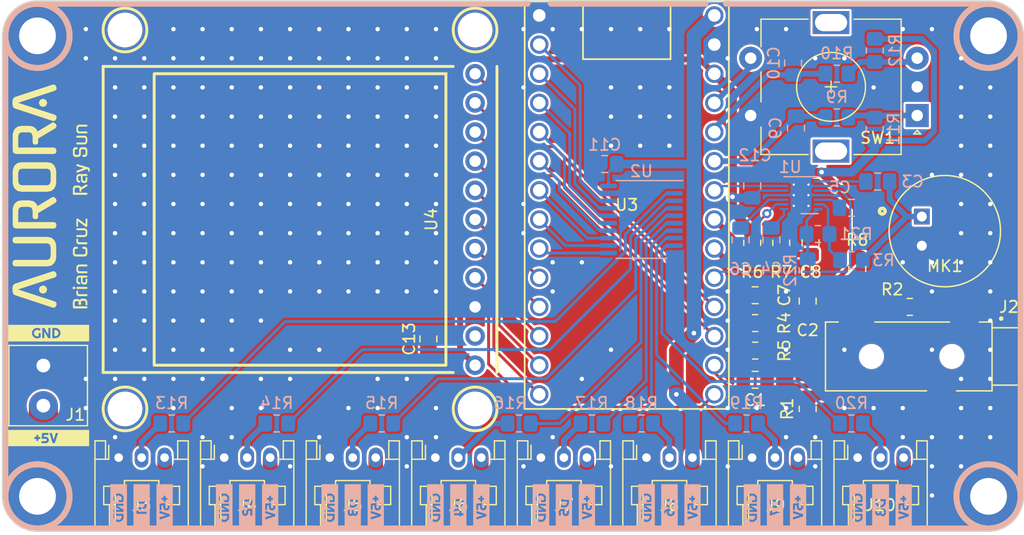
<source format=kicad_pcb>
(kicad_pcb (version 20211014) (generator pcbnew)
  (layers (0 "F.Cu" signal) (31 "B.Cu" signal) (36 "B.SilkS" user "B.Silkscreen") (37 "F.SilkS" user "F.Silkscreen") (38 "B.Mask" user) (39 "F.Mask" user) (44 "Edge.Cuts" user))
  (net 0 "")
  (net 1 "/AUD_R_ADC")
  (net 2 "/AUD_R")
  (net 3 "/AUD_L_ADC")
  (net 4 "/AUD_L")
  (net 5 "Net-(C3-Pad1)")
  (net 6 "Net-(C3-Pad2)")
  (net 7 "Net-(C4-Pad1)")
  (net 8 "GND")
  (net 9 "Net-(C5-Pad2)")
  (net 10 "Net-(C6-Pad2)")
  (net 11 "/ENCODER_A")
  (net 12 "/ENCODER_B")
  (net 13 "+3V3")
  (net 14 "+5V")
  (net 15 "/AUD_DET")
  (net 16 "/LED_OUT_0")
  (net 17 "/LED_OUT_1")
  (net 18 "/LED_OUT_2")
  (net 19 "/LED_OUT_3")
  (net 20 "/LED_OUT_4")
  (net 21 "/LED_OUT_5")
  (net 22 "/LED_OUT_6")
  (net 23 "/LED_OUT_7")
  (net 24 "/MIC_BIAS")
  (net 25 "Net-(R11-Pad2)")
  (net 26 "Net-(R10-Pad2)")
  (net 27 "Net-(R13-Pad2)")
  (net 28 "Net-(R14-Pad2)")
  (net 29 "Net-(R15-Pad2)")
  (net 30 "Net-(R16-Pad2)")
  (net 31 "Net-(R17-Pad2)")
  (net 32 "Net-(R18-Pad2)")
  (net 33 "Net-(R19-Pad2)")
  (net 34 "Net-(R20-Pad2)")
  (net 35 "/AGC_THRESH")
  (net 36 "/SW_PUSH")
  (net 37 "/MIC_ADC")
  (net 38 "/MIC_GAIN")
  (net 39 "Net-(U2-Pad11)")
  (net 40 "Net-(U2-Pad12)")
  (net 41 "Net-(U2-Pad13)")
  (net 42 "Net-(U2-Pad14)")
  (net 43 "Net-(U2-Pad15)")
  (net 44 "Net-(U2-Pad16)")
  (net 45 "Net-(U2-Pad17)")
  (net 46 "Net-(U2-Pad18)")
  (net 47 "/SCK")
  (net 48 "/MISO")
  (net 49 "/MOSI")
  (net 50 "/CS_TFT")
  (net 51 "/DISP_RST")
  (net 52 "/DISP_D{slash}C")
  (net 53 "/CS_SD")
  (net 54 "/BACKLIGHT")
  (footprint "Resistor_SMD:R_0805_2012Metric_Pad1.20x1.40mm_HandSolder" (layer "F.Cu") (at 160.274 122.682 -90)
    (fp_text reference "R1")
    (fp_text value "100k")
  )
  (footprint "Connector_JST:JST_PH_S3B-PH-K_1x03_P2.00mm_Horizontal" (layer "F.Cu") (at 127.85881 126.926)
    (fp_text reference "J6")
    (fp_text value "Conn_01x03")
  )
  (footprint "Resistor_SMD:R_0805_2012Metric_Pad1.20x1.40mm_HandSolder" (layer "F.Cu") (at 169.164 113.792)
    (fp_text reference "R2")
    (fp_text value "100k")
  )
  (footprint "kibuzzard-62AD66A7" (layer "F.Cu") (at 93.98 125.222)
    (fp_text reference "kibuzzard-62AD66A7" hide)
    (fp_text value "G***" hide)
  )
  (footprint "terminal_block:TerminalBlock_Molex_393570002_1x02_P3.50mm_Horizontal" (layer "F.Cu") (at 93.73 118.9 -90)
    (fp_text reference "J1")
    (fp_text value "Screw_Terminal_01x02" hide)
  )
  (footprint "Connector_JST:JST_PH_S3B-PH-K_1x03_P2.00mm_Horizontal" (layer "F.Cu") (at 100.284922 126.926)
    (fp_text reference "J3")
    (fp_text value "Conn_01x03")
  )
  (footprint "Capacitor_SMD:C_0805_2012Metric_Pad1.18x1.45mm_HandSolder" (layer "F.Cu") (at 127.254 116.586 90)
    (fp_text reference "C13")
    (fp_text value "10u")
  )
  (footprint "Resistor_SMD:R_0805_2012Metric_Pad1.20x1.40mm_HandSolder" (layer "F.Cu") (at 155.702 115.204 180)
    (fp_text reference "R4")
    (fp_text value "100k")
  )
  (footprint "MountingHole:MountingHole_3.2mm_M3_ISO14580_Pad" (layer "F.Cu") (at 176.022 90.17)
    (fp_text reference "H2" hide)
    (fp_text value "MountingHole_Pad" hide)
  )
  (footprint "Connector_JST:JST_PH_S3B-PH-K_1x03_P2.00mm_Horizontal" (layer "F.Cu") (at 164.624 126.926)
    (fp_text reference "J10")
    (fp_text value "Conn_01x03")
  )
  (footprint "kibuzzard-62AD5F1D" (layer "F.Cu") (at 92.964 104.14 90)
    (fp_text reference "kibuzzard-62AD5F1D" hide)
    (fp_text value "G***" hide)
  )
  (footprint "MountingHole:MountingHole_3.2mm_M3_ISO14580_Pad" (layer "F.Cu") (at 93.218 130.302)
    (fp_text reference "H3" hide)
    (fp_text value "MountingHole_Pad" hide)
  )
  (footprint "Capacitor_SMD:C_0805_2012Metric_Pad1.18x1.45mm_HandSolder" (layer "F.Cu") (at 155.702 112.776)
    (fp_text reference "C7")
    (fp_text value "47n")
  )
  (footprint "displays:Adafruit_TFT_1in3_ST7789" (layer "F.Cu") (at 131.318 106.172 -90)
    (fp_text reference "U4")
    (fp_text value "Adafruit_TFT_1in3_ST7789")
  )
  (footprint "MountingHole:MountingHole_3.2mm_M3_ISO14580_Pad" (layer "F.Cu") (at 93.218 90.17)
    (fp_text reference "H1" hide)
    (fp_text value "MountingHole_Pad" hide)
  )
  (footprint "Connector_JST:JST_PH_S3B-PH-K_1x03_P2.00mm_Horizontal" (layer "F.Cu") (at 137.050106 126.926)
    (fp_text reference "J7")
    (fp_text value "Conn_01x03")
  )
  (footprint "Resistor_SMD:R_0805_2012Metric_Pad1.20x1.40mm_HandSolder" (layer "F.Cu") (at 155.448 108.204 -90)
    (fp_text reference "R6")
    (fp_text value "100k")
  )
  (footprint "Connector_JST:JST_PH_S3B-PH-K_1x03_P2.00mm_Horizontal" (layer "F.Cu") (at 146.241402 126.926)
    (fp_text reference "J8")
    (fp_text value "Conn_01x03")
  )
  (footprint "Connector_JST:JST_PH_S3B-PH-K_1x03_P2.00mm_Horizontal" (layer "F.Cu") (at 109.476218 126.926)
    (fp_text reference "J4")
    (fp_text value "Conn_01x03")
  )
  (footprint "Capacitor_SMD:C_0805_2012Metric_Pad1.18x1.45mm_HandSolder" (layer "F.Cu") (at 155.702 120.142)
    (fp_text reference "C1")
    (fp_text value "10u")
  )
  (footprint "Rotary_Encoder:RotaryEncoder_Alps_EC11E-Switch_Vertical_H20mm" (layer "F.Cu") (at 169.81 97.115 180)
    (fp_text reference "SW1")
    (fp_text value "RotaryEncoder_Switch")
  )
  (footprint "teensy_library:Teensy40" (layer "F.Cu") (at 144.526 104.902 -90)
    (fp_text reference "U3")
    (fp_text value "Teensy4.0")
  )
  (footprint "CMA-4544PF-W:MIC_CMA-4544PF-W" (layer "F.Cu") (at 172.212 107.188 180)
    (fp_text reference "MK1")
    (fp_text value "CMA-4544PF-W")
  )
  (footprint "kibuzzard-62AD66B6" (layer "F.Cu") (at 93.98 116.078)
    (fp_text reference "kibuzzard-62AD66B6" hide)
    (fp_text value "G***" hide)
  )
  (footprint "kibuzzard-62AD5F34" (layer "F.Cu") (at 97.028 105.918 90)
    (fp_text reference "kibuzzard-62AD5F34" hide)
    (fp_text value "G***" hide)
  )
  (footprint "Capacitor_SMD:C_0805_2012Metric_Pad1.18x1.45mm_HandSolder" (layer "F.Cu") (at 160.528 108.204 90)
    (fp_text reference "C8")
    (fp_text value "47n")
  )
  (footprint "Capacitor_SMD:C_0805_2012Metric_Pad1.18x1.45mm_HandSolder" (layer "F.Cu") (at 160.274 113.284 -90)
    (fp_text reference "C2")
    (fp_text value "10u")
  )
  (footprint "Resistor_SMD:R_0805_2012Metric_Pad1.20x1.40mm_HandSolder" (layer "F.Cu") (at 155.702 117.602)
    (fp_text reference "R5")
    (fp_text value "100k")
  )
  (footprint "Connector_JST:JST_PH_S3B-PH-K_1x03_P2.00mm_Horizontal" (layer "F.Cu") (at 118.667514 126.926)
    (fp_text reference "J5")
    (fp_text value "Conn_01x03")
  )
  (footprint "MountingHole:MountingHole_3.2mm_M3_ISO14580_Pad" (layer "F.Cu") (at 176.022 130.302)
    (fp_text reference "H4" hide)
    (fp_text value "MountingHole_Pad" hide)
  )
  (footprint "Resistor_SMD:R_0805_2012Metric_Pad1.20x1.40mm_HandSolder" (layer "F.Cu") (at 164.592 110.49 -90)
    (fp_text reference "R8")
    (fp_text value "1M")
  )
  (footprint "SJ-3524-SMT:CUI_SJ-3524-SMT" (layer "F.Cu") (at 172.8265 118.11 180)
    (fp_text reference "J2")
    (fp_text value "SJ-3524-SMT")
  )
  (footprint "Resistor_SMD:R_0805_2012Metric_Pad1.20x1.40mm_HandSolder" (layer "F.Cu") (at 157.973 108.204 90)
    (fp_text reference "R7")
    (fp_text value "100k")
  )
  (footprint "Connector_JST:JST_PH_S3B-PH-K_1x03_P2.00mm_Horizontal" (layer "F.Cu") (at 155.432698 126.926)
    (fp_text reference "J9")
    (fp_text value "Conn_01x03")
  )
  (footprint "Resistor_SMD:R_0805_2012Metric_Pad1.20x1.40mm_HandSolder" (layer "B.Cu") (at 114.046 123.952)
    (fp_text reference "R14")
    (fp_text value "100")
  )
  (footprint "Resistor_SMD:R_0805_2012Metric_Pad1.20x1.40mm_HandSolder" (layer "B.Cu") (at 135.144 123.952)
    (fp_text reference "R16")
    (fp_text value "100")
  )
  (footprint "Resistor_SMD:R_0805_2012Metric_Pad1.20x1.40mm_HandSolder" (layer "B.Cu") (at 166.116 98.298 90)
    (fp_text reference "R11")
    (fp_text value "10k")
  )
  (footprint "kibuzzard-62AD6AEC" (layer "B.Cu") (at 118.6693 131.2926 -90)
    (fp_text reference "kibuzzard-62AD6AEC2" hide)
    (fp_text value "G***" hide)
  )
  (footprint "kibuzzard-62AD6AEC" (layer "B.Cu") (at 137.05382 131.2926 -90)
    (fp_text reference "kibuzzard-62AD6AEC4" hide)
    (fp_text value "G***" hide)
  )
  (footprint "Resistor_SMD:R_0805_2012Metric_Pad1.20x1.40mm_HandSolder" (layer "B.Cu") (at 162.814 93.472)
    (fp_text reference "R10")
    (fp_text value "10k")
  )
  (footprint "kibuzzard-62AD6C27" (layer "B.Cu") (at 139.049964 131.2926 -90)
    (fp_text reference "kibuzzard-62AD6C27" hide)
    (fp_text value "G***" hide)
  )
  (footprint "kibuzzard-62AD6B04" (layer "B.Cu") (at 159.43834 131.2926 -90)
    (fp_text reference "kibuzzard-62AD6B6" hide)
    (fp_text value "G***" hide)
  )
  (footprint "kibuzzard-62AD6C62" (layer "B.Cu") (at 166.623858 131.2926 -90)
    (fp_text reference "kibuzzard-62AD6C62" hide)
    (fp_text value "G***" hide)
  )
  (footprint "Capacitor_SMD:C_0805_2012Metric_Pad1.18x1.45mm_HandSolder" (layer "B.Cu") (at 155.448 103.251 90)
    (fp_text reference "C12")
    (fp_text value "1u")
  )
  (footprint "Capacitor_SMD:C_0805_2012Metric_Pad1.18x1.45mm_HandSolder" (layer "B.Cu") (at 157.114 107.95 -90)
    (fp_text reference "C4")
    (fp_text value "0.47u")
  )
  (footprint "kibuzzard-62AD6B04" (layer "B.Cu") (at 131.86156 131.2926 -90)
    (fp_text reference "kibuzzard-62AD6B3" hide)
    (fp_text value "G***" hide)
  )
  (footprint "kibuzzard-62AD6C4C" (layer "B.Cu") (at 157.432556 131.2926 -90)
    (fp_text reference "kibuzzard-62AD6C4C" hide)
    (fp_text value "G***" hide)
  )
  (footprint "kibuzzard-62AD6C38" (layer "B.Cu") (at 148.24126 131.2926 -90)
    (fp_text reference "kibuzzard-62AD6C38" hide)
    (fp_text value "G***" hide)
  )
  (footprint "kibuzzard-62AD6B04" (layer "B.Cu") (at 150.24608 131.2926 -90)
    (fp_text reference "kibuzzard-62AD6B5" hide)
    (fp_text value "G***" hide)
  )
  (footprint "Resistor_SMD:R_0805_2012Metric_Pad1.20x1.40mm_HandSolder" (layer "B.Cu") (at 160.274 110.628 90)
    (fp_text reference "R22")
    (fp_text value "100k")
  )
  (footprint "Capacitor_SMD:C_0805_2012Metric_Pad1.18x1.45mm_HandSolder" (layer "B.Cu") (at 166.37 102.87)
    (fp_text reference "C3")
    (fp_text value "0.1u")
  )
  (footprint "kibuzzard-62AD6AEC" (layer "B.Cu") (at 146.24608 131.2926 -90)
    (fp_text reference "kibuzzard-62AD6AEC5" hide)
    (fp_text value "G***" hide)
  )
  (footprint "Resistor_SMD:R_0805_2012Metric_Pad1.20x1.40mm_HandSolder" (layer "B.Cu") (at 104.902 123.952)
    (fp_text reference "R13")
    (fp_text value "100")
  )
  (footprint "kibuzzard-62AD6B04" (layer "B.Cu") (at 141.05382 131.2926 -90)
    (fp_text reference "kibuzzard-62AD6B4" hide)
    (fp_text value "G***" hide)
  )
  (footprint "kibuzzard-62AD6B04" (layer "B.Cu") (at 113.47704 131.2926 -90)
    (fp_text reference "kibuzzard-62AD6B1" hide)
    (fp_text value "G***" hide)
  )
  (footprint "kibuzzard-62AD6BA8" (layer "B.Cu") (at 111.476076 131.2926 -90)
    (fp_text reference "kibuzzard-62AD6BA8" hide)
    (fp_text value "G***" hide)
  )
  (footprint "kibuzzard-62AD6AEC" (layer "B.Cu") (at 127.86156 131.2926 -90)
    (fp_text reference "kibuzzard-62AD6AEC3" hide)
    (fp_text value "G***" hide)
  )
  (footprint "Resistor_SMD:R_0805_2012Metric_Pad1.20x1.40mm_HandSolder" (layer "B.Cu") (at 145.812 123.952 180)
    (fp_text reference "R18")
    (fp_text value "100")
  )
  (footprint "Package_DFN_QFN:TDFN-14-1EP_3x3mm_P0.4mm_EP1.78x2.35mm_ThermalVias" (layer "B.Cu") (at 159.703 104.058)
    (fp_text reference "U1")
    (fp_text value "MAX9814")
  )
  (footprint "kibuzzard-62AD6C16" (layer "B.Cu") (at 129.858668 131.2926 -90)
    (fp_text reference "kibuzzard-62AD6C16" hide)
    (fp_text value "G***" hide)
  )
  (footprint "kibuzzard-62AD6AEC" (layer "B.Cu") (at 100.28478 131.2926 -90)
    (fp_text reference "kibuzzard-62AD6AEC" hide)
    (fp_text value "G***" hide)
  )
  (footprint "Resistor_SMD:R_0805_2012Metric_Pad1.20x1.40mm_HandSolder" (layer "B.Cu") (at 166.116 91.44 -90)
    (fp_text reference "R12")
    (fp_text value "10k")
  )
  (footprint "kibuzzard-62AD6BC2" (layer "B.Cu") (at 120.667372 131.2926 -90)
    (fp_text reference "kibuzzard-62AD6BC2" hide)
    (fp_text value "G***" hide)
  )
  (footprint "Package_SO:TSSOP-20_4.4x6.5mm_P0.65mm" (layer "B.Cu") (at 145.796 106.172 180)
    (fp_text reference "U2")
    (fp_text value "74HCT245")
  )
  (footprint "Capacitor_SMD:C_0805_2012Metric_Pad1.18x1.45mm_HandSolder" (layer "B.Cu") (at 142.5995 101.346 180)
    (fp_text reference "C11")
    (fp_text value "0.1u")
  )
  (footprint "kibuzzard-62AD6B04" (layer "B.Cu") (at 104.28478 131.2926 -90)
    (fp_text reference "kibuzzard-62AD6B04" hide)
    (fp_text value "G***" hide)
  )
  (footprint "kibuzzard-62AD6AEC" (layer "B.Cu") (at 164.6306 131.2926 -90)
    (fp_text reference "kibuzzard-62AD6AEC7" hide)
    (fp_text value "G***" hide)
  )
  (footprint "Resistor_SMD:R_0805_2012Metric_Pad1.20x1.40mm_HandSolder" (layer "B.Cu") (at 164.084 123.952 180)
    (fp_text reference "R20")
    (fp_text value "100")
  )
  (footprint "Resistor_SMD:R_0805_2012Metric_Pad1.20x1.40mm_HandSolder" (layer "B.Cu") (at 162.814 97.282 180)
    (fp_text reference "R9")
    (fp_text value "10k")
  )
  (footprint "kibuzzard-62AD6AEC" (layer "B.Cu") (at 155.43834 131.2926 -90)
    (fp_text reference "kibuzzard-62AD6AEC6" hide)
    (fp_text value "G***" hide)
  )
  (footprint "kibuzzard-62AD6B04" (layer "B.Cu") (at 168.6306 131.2926 -90)
    (fp_text reference "kibuzzard-62AD6B7" hide)
    (fp_text value "G***" hide)
  )
  (footprint "Capacitor_SMD:C_0805_2012Metric_Pad1.18x1.45mm_HandSolder" (layer "B.Cu") (at 159.258 98.212 90)
    (fp_text reference "C9")
    (fp_text value "10n")
  )
  (footprint "Resistor_SMD:R_0805_2012Metric_Pad1.20x1.40mm_HandSolder" (layer "B.Cu") (at 161.174 107.442)
    (fp_text reference "R21")
    (fp_text value "150k")
  )
  (footprint "Capacitor_SMD:C_0805_2012Metric_Pad1.18x1.45mm_HandSolder" (layer "B.Cu") (at 154.432 107.95 90)
    (fp_text reference "C6")
    (fp_text value "2.2u")
  )
  (footprint "kibuzzard-62AD6B04" (layer "B.Cu") (at 122.6693 131.2926 -90)
    (fp_text reference "kibuzzard-62AD6B2" hide)
    (fp_text value "G***" hide)
  )
  (footprint "kibuzzard-62AD6B13" (layer "B.Cu") (at 102.28478 131.2926 -90)
    (fp_text reference "kibuzzard-62AD6B13" hide)
    (fp_text value "G***" hide)
  )
  (footprint "Resistor_SMD:R_0805_2012Metric_Pad1.20x1.40mm_HandSolder" (layer "B.Cu") (at 164.084 109.728 180)
    (fp_text reference "R3")
    (fp_text value "2.21k")
  )
  (footprint "Resistor_SMD:R_0805_2012Metric_Pad1.20x1.40mm_HandSolder" (layer "B.Cu") (at 154.956 123.952 180)
    (fp_text reference "R19")
    (fp_text value "100")
  )
  (footprint "kibuzzard-62AD6AEC" (layer "B.Cu") (at 109.47704 131.2926 -90)
    (fp_text reference "kibuzzard-62AD6AEC1" hide)
    (fp_text value "G***" hide)
  )
  (footprint "Resistor_SMD:R_0805_2012Metric_Pad1.20x1.40mm_HandSolder" (layer "B.Cu") (at 123.19 123.952)
    (fp_text reference "R15")
    (fp_text value "100")
  )
  (footprint "Capacitor_SMD:C_0805_2012Metric_Pad1.18x1.45mm_HandSolder" (layer "B.Cu") (at 164.084 105.156 180)
    (fp_text reference "C5")
    (fp_text value "0.47u")
  )
  (footprint "Capacitor_SMD:C_0805_2012Metric_Pad1.18x1.45mm_HandSolder" (layer "B.Cu") (at 159.004 92.542 -90)
    (fp_text reference "C10")
    (fp_text value "10n")
  )
  (footprint "Resistor_SMD:R_0805_2012Metric_Pad1.20x1.40mm_HandSolder" (layer "B.Cu") (at 141.494 123.952)
    (fp_text reference "R17")
    (fp_text value "100")
  )
  (gr_line (start 178.816 90.17) (end 178.816 130.302) (layer "B.SilkS") (width 0.508))
  (gr_line (start 93.218 87.376) (end 135.89 87.376) (layer "B.SilkS") (width 0.508))
  (gr_circle (center 93.218 90.17) (end 90.424 90.17) (layer "B.SilkS") (width 0.508) (fill none))
  (gr_line (start 153.162 87.376) (end 176.022 87.376) (layer "B.SilkS") (width 0.508))
  (gr_line (start 90.424 90.17) (end 90.424 130.302) (layer "B.SilkS") (width 0.508))
  (gr_circle (center 176.022 130.302) (end 173.228 130.302) (layer "B.SilkS") (width 0.508) (fill none))
  (gr_circle (center 176.022 90.17) (end 173.228 90.17) (layer "B.SilkS") (width 0.508) (fill none))
  (gr_circle (center 93.218 130.302) (end 90.424 130.302) (layer "B.SilkS") (width 0.508) (fill none))
  (gr_line (start 93.218 133.096) (end 176.022 133.096) (layer "B.SilkS") (width 0.508))
  (gr_line (start 137.922 87.376) (end 151.384 87.376) (layer "B.SilkS") (width 0.508))
  (gr_circle (center 93.218 130.302) (end 96.012 130.302) (layer "F.SilkS") (width 0.508) (fill none))
  (gr_circle (center 176.022 90.17) (end 178.816 90.17) (layer "F.SilkS") (width 0.508) (fill none))
  (gr_circle (center 93.218 90.17) (end 96.012 90.17) (layer "F.SilkS") (width 0.508) (fill none))
  (gr_circle (center 176.022 130.302) (end 178.816 130.302) (layer "F.SilkS") (width 0.508) (fill none))
  (gr_line (start 179.07 90.17) (end 179.069999 130.302) (layer "Edge.Cuts") (width 0.1))
  (gr_line (start 90.17 130.302) (end 90.17 90.17) (layer "Edge.Cuts") (width 0.1))
  (gr_line (start 176.022 133.35) (end 93.218 133.35) (layer "Edge.Cuts") (width 0.1))
  (gr_arc (start 90.17 90.17) (mid 91.062739 88.014739) (end 93.218 87.122) (layer "Edge.Cuts") (width 0.1))
  (gr_line (start 93.218 87.122) (end 176.022 87.122) (layer "Edge.Cuts") (width 0.1))
  (gr_arc (start 179.069999 130.302) (mid 178.177261 132.457261) (end 176.022 133.349999) (layer "Edge.Cuts") (width 0.1))
  (gr_arc (start 93.218 133.35) (mid 91.062739 132.457261) (end 90.17 130.302) (layer "Edge.Cuts") (width 0.1))
  (gr_arc (start 176.022 87.122) (mid 178.177261 88.014739) (end 179.07 90.17) (layer "Edge.Cuts") (width 0.1))
  (segment (start 154.6645 120.142) (end 154.6645 112.776) (width 0.508) (layer "F.Cu") (net 1))
  (segment (start 154.6645 112.776) (end 154.6645 111.2305) (width 0.508) (layer "F.Cu") (net 1))
  (segment (start 154.6645 111.2305) (end 152.146 108.712) (width 0.508) (layer "F.Cu") (net 1))
  (segment (start 160.5265 121.4295) (end 160.274 121.682) (width 0.508) (layer "F.Cu") (net 2))
  (segment (start 171.7985 121.682) (end 171.9265 121.81) (width 0.508) (layer "F.Cu") (net 2))
  (segment (start 156.7395 121.1795) (end 156.7395 120.142) (width 0.508) (layer "F.Cu") (net 2))
  (segment (start 160.274 121.682) (end 157.242 121.682) (width 0.508) (layer "F.Cu") (net 2))
  (segment (start 160.274 121.682) (end 171.7985 121.682) (width 0.508) (layer "F.Cu") (net 2))
  (segment (start 157.242 121.682) (end 156.7395 121.1795) (width 0.508) (layer "F.Cu") (net 2))
  (segment (start 160.274 109.4955) (end 160.528 109.2415) (width 0.508) (layer "F.Cu") (net 3))
  (segment (start 160.4905 109.204) (end 160.528 109.2415) (width 0.508) (layer "F.Cu") (net 3))
  (segment (start 155.178 109.204) (end 152.146 106.172) (width 0.508) (layer "F.Cu") (net 3))
  (segment (start 155.448 109.204) (end 160.4905 109.204) (width 0.508) (layer "F.Cu") (net 3))
  (segment (start 155.448 109.204) (end 155.178 109.204) (width 0.508) (layer "F.Cu") (net 3))
  (segment (start 160.274 112.2465) (end 160.274 109.4955) (width 0.508) (layer "F.Cu") (net 3))
  (segment (start 165.1445 113.792) (end 164.5265 114.41) (width 0.508) (layer "F.Cu") (net 4))
  (segment (start 160.274 114.3215) (end 160.274 114.471669) (width 0.508) (layer "F.Cu") (net 4))
  (segment (start 168.164 113.792) (end 165.1445 113.792) (width 0.508) (layer "F.Cu") (net 4))
  (segment (start 164.438 114.3215) (end 160.274 114.3215) (width 0.508) (layer "F.Cu") (net 4))
  (segment (start 164.5265 114.41) (end 164.736 114.41) (width 0.508) (layer "F.Cu") (net 4))
  (segment (start 164.5265 114.41) (end 164.438 114.3215) (width 0.508) (layer "F.Cu") (net 4))
  (segment (start 165.3205 102.858) (end 161.1905 102.858) (width 0.2) (layer "B.Cu") (net 5))
  (segment (start 165.3325 102.87) (end 165.3205 102.858) (width 0.2) (layer "B.Cu") (net 5))
  (segment (start 165.084 109.728) (end 168.894 105.918) (width 0.508) (layer "B.Cu") (net 6))
  (segment (start 167.4075 102.87) (end 167.4075 104.4315) (width 0.508) (layer "B.Cu") (net 6))
  (segment (start 168.894 105.918) (end 170.212 105.918) (width 0.508) (layer "B.Cu") (net 6))
  (segment (start 167.4075 104.4315) (end 168.894 105.918) (width 0.508) (layer "B.Cu") (net 6))
  (segment (start 157.114 106.9125) (end 158.2155 105.811) (width 0.2) (layer "B.Cu") (net 7))
  (segment (start 158.2155 105.811) (end 158.2155 105.258) (width 0.2) (layer "B.Cu") (net 7))
  (via (at 176.1725 97.207) (size 0.762) (drill 0.381) (layers "F.Cu" "B.Cu") (net 8))
  (via (at 127.9125 122.607) (size 0.762) (drill 0.381) (layers "F.Cu" "B.Cu") (net 8))
  (via (at 110.1325 99.747) (size 0.762) (drill 0.381) (layers "F.Cu" "B.Cu") (net 8))
  (via (at 158.3925 112.447) (size 0.762) (drill 0.381) (layers "F.Cu" "B.Cu") (net 8))
  (via (at 102.5125 109.907) (size 0.762) (drill 0.381) (layers "F.Cu" "B.Cu") (net 8))
  (via (at 171.0925 112.447) (size 0.762) (drill 0.381) (layers "F.Cu" "B.Cu") (net 8))
  (via (at 115.2125 120.067) (size 0.762) (drill 0.381) (layers "F.Cu" "B.Cu") (net 8))
  (via (at 120.2925 112.447) (size 0.762) (drill 0.381) (layers "F.Cu" "B.Cu") (net 8))
  (via (at 145.6925 89.587) (size 0.762) (drill 0.381) (layers "F.Cu" "B.Cu") (net 8))
  (via (at 107.5925 99.747) (size 0.762) (drill 0.381) (layers "F.Cu" "B.Cu") (net 8))
  (via (at 125.3725 94.667) (size 0.762) (drill 0.381) (layers "F.Cu" "B.Cu") (net 8))
  (via (at 99.9725 94.667) (size 0.762) (drill 0.381) (layers "F.Cu" "B.Cu") (net 8))
  (via (at 110.1325 109.907) (size 0.762) (drill 0.381) (layers "F.Cu" "B.Cu") (net 8))
  (via (at 176.1725 107.367) (size 0.762) (drill 0.381) (layers "F.Cu" "B.Cu") (net 8))
  (via (at 173.6325 102.287) (size 0.762) (drill 0.381) (layers "F.Cu" "B.Cu") (net 8))
  (via (at 102.5125 114.987) (size 0.762) (drill 0.381) (layers "F.Cu" "B.Cu") (net 8))
  (via (at 176.1725 117.527) (size 0.762) (drill 0.381) (layers "F.Cu" "B.Cu") (net 8))
  (via (at 176.1725 102.287) (size 0.762) (drill 0.381) (layers "F.Cu" "B.Cu") (net 8))
  (via (at 99.9725 92.127) (size 0.762) (drill 0.381) (layers "F.Cu" "B.Cu") (net 8))
  (via (at 99.9725 102.287) (size 0.762) (drill 0.381) (layers "F.Cu" "B.Cu") (net 8))
  (via (at 140.6125 109.907) (size 0.762) (drill 0.381) (layers "F.Cu" "B.Cu") (net 8))
  (via (at 125.3725 92.127) (size 0.762) (drill 0.381) (layers "F.Cu" "B.Cu") (net 8))
  (via (at 171.0925 130.227) (size 0.762) (drill 0.381) (layers "F.Cu" "B.Cu") (net 8))
  (via (at 125.3725 125.147) (size 0.762) (drill 0.381) (layers "F.Cu" "B.Cu") (net 8))
  (via (at 127.9125 102.287) (size 0.762) (drill 0.381) (layers "F.Cu" "B.Cu") (net 8))
  (via (at 110.1325 107.367) (size 0.762) (drill 0.381) (layers "F.Cu" "B.Cu") (net 8))
  (via (at 173.6325 109.907) (size 0.762) (drill 0.381) (layers "F.Cu" "B.Cu") (net 8))
  (via (at 173.6325 94.667) (size 0.762) (drill 0.381) (layers "F.Cu" "B.Cu") (net 8))
  (via (at 107.5925 114.987) (size 0.762) (drill 0.381) (layers "F.Cu" "B.Cu") (net 8))
  (via (at 105.0525 97.207) (size 0.762) (drill 0.381) (layers "F.Cu" "B.Cu") (net 8))
  (via (at 163.4725 122.607) (size 0.762) (drill 0.381) (layers "F.Cu" "B.Cu") (net 8))
  (via (at 110.1325 125.147) (size 0.762) (drill 0.381) (layers "F.Cu" "B.Cu") (net 8))
  (via (at 107.5925 94.667) (size 0.762) (drill 0.381) (layers "F.Cu" "B.Cu") (net 8))
  (via (at 125.3725 102.287) (size 0.762) (drill 0.381) (layers "F.Cu" "B.Cu") (net 8))
  (via (at 176.1725 99.747) (size 0.762) (drill 0.381) (layers "F.Cu" "B.Cu") (net 8))
  (via (at 153.3125 92.127) (size 0.762) (drill 0.381) (layers "F.Cu" "B.Cu") (net 8))
  (via (at 176.1725 122.607) (size 0.762) (drill 0.381) (layers "F.Cu" "B.Cu") (net 8))
  (via (at 122.8325 109.907) (size 0.762) (drill 0.381) (layers "F.Cu" "B.Cu") (net 8))
  (via (at 176.1725 104.827) (size 0.762) (drill 0.381) (layers "F.Cu" "B.Cu") (net 8))
  (via (at 122.8325 94.667) (size 0.762) (drill 0.381) (layers "F.Cu" "B.Cu") (net 8))
  (via (at 153.3125 127.687) (size 0.762) (drill 0.381) (layers "F.Cu" "B.Cu") (net 8))
  (via (at 102.5125 94.667) (size 0.762) (drill 0.381) (layers "F.Cu" "B.Cu") (net 8))
  (via (at 107.5925 102.287) (size 0.762) (drill 0.381) (layers "F.Cu" "B.Cu") (net 8))
  (via (at 125.3725 120.067) (size 0.762) (drill 0.381) (layers "F.Cu" "B.Cu") (net 8))
  (via (at 102.5125 102.287) (size 0.762) (drill 0.381) (layers "F.Cu" "B.Cu") (net 8))
  (via (at 173.6325 104.827) (size 0.762) (drill 0.381) (layers "F.Cu" "B.Cu") (net 8))
  (via (at 110.1325 94.667) (size 0.762) (drill 0.381) (layers "F.Cu" "B.Cu") (net 8))
  (via (at 115.2125 117.527) (size 0.762) (drill 0.381) (layers "F.Cu" "B.Cu") (net 8))
  (via (at 125.3725 127.687) (size 0.762) (drill 0.381) (layers "F.Cu" "B.Cu") (net 8))
  (via (at 115.2125 112.447) (size 0.762) (drill 0.381) (layers "F.Cu" "B.Cu") (net 8))
  (via (at 176.1725 94.667) (size 0.762) (drill 0.381) (layers "F.Cu" "B.Cu") (net 8))
  (via (at 171.0925 127.687) (size 0.762) (drill 0.381) (layers "F.Cu" "B.Cu") (net 8))
  (via (at 112.6725 102.287) (size 0.762) (drill 0.381) (layers "F.Cu" "B.Cu") (net 8))
  (via (at 112.6725 99.747) (size 0.762) (drill 0.381) (layers "F.Cu" "B.Cu") (net 8))
  (via (at 110.1325 122.607) (size 0.762) (drill 0.381) (layers "F.Cu" "B.Cu") (net 8))
  (via (at 127.9125 94.667) (size 0.762) (drill 0.381) (layers "F.Cu" "B.Cu") (net 8))
  (via (at 168.5525 89.587) (size 0.762) (drill 0.381) (layers "F.Cu" "B.Cu") (net 8))
  (via (at 112.6725 92.127) (size 0.762) (drill 0.381) (layers "F.Cu" "B.Cu") (net 8))
  (via (at 107.5925 117.527) (size 0.762) (drill 0.381) (layers "F.Cu" "B.Cu") (net 8))
  (via (at 99.9725 109.907) (size 0.762) (drill 0.381) (layers "F.Cu" "B.Cu") (net 8))
  (via (at 173.6325 122.607) (size 0.762) (drill 0.381) (layers "F.Cu" "B.Cu") (net 8))
  (via (at 138.0725 109.907) (size 0.762) (drill 0.381) (layers "F.Cu" "B.Cu") (net 8))
  (via (at 148.2325 99.747) (size 0.762) (drill 0.381) (layers "F.Cu" "B.Cu") (net 8))
  (via (at 127.9125 107.367) (size 0.762) (drill 0.381) (layers "F.Cu" "B.Cu") (net 8))
  (via (at 125.3725 99.747) (size 0.762) (drill 0.381) (layers "F.Cu" "B.Cu") (net 8))
  (via (at 122.8325 107.367) (size 0.762) (drill 0.381) (layers "F.Cu" "B.Cu") (net 8))
  (via (at 105.0525 114.987) (size 0.762) (drill 0.381) (layers "F.Cu" "B.Cu") (net 8))
  (via (at 122.8325 92.127) (size 0.762) (drill 0.381) (layers "F.Cu" "B.Cu") (net 8))
  (via (at 173.6325 107.367) (size 0.762) (drill 0.381) (layers "F.Cu" "B.Cu") (net 8))
  (via (at 99.9725 97.207) (size 0.762) (drill 0.381) (layers "F.Cu" "B.Cu") (net 8))
  (via (at 115.2125 97.207) (size 0.762) (drill 0.381) (layers "F.Cu" "B.Cu") (net 8))
  (via (at 112.6725 120.067) (size 0.762) (drill 0.381) (layers "F.Cu" "B.Cu") (net 8))
  (via (at 127.9125 125.147) (size 0.762) (drill 0.381) (layers "F.Cu" "B.Cu") (net 8))
  (via (at 120.2925 89.587) (size 0.762) (drill 0.381) (layers "F.Cu" "B.Cu") (net 8))
  (via (at 99.9725 99.747) (size 0.762) (drill 0.381) (layers "F.Cu" "B.Cu") (net 8))
  (via (at 110.1325 89.587) (size 0.762) (drill 0.381) (layers "F.Cu" "B.Cu") (net 8))
  (via (at 171.0925 125.147) (size 0.762) (drill 0.381) (layers "F.Cu" "B.Cu") (net 8))
  (via (at 120.2925 107.367) (size 0.762) (drill 0.381) (layers "F.Cu" "B.Cu") (net 8))
  (via (at 110.1325 97.207) (size 0.762) (drill 0.381) (layers "F.Cu" "B.Cu") (net 8))
  (via (at 176.1725 112.447) (size 0.762) (drill 0.381) (layers "F.Cu" "B.Cu") (net 8))
  (via (at 115.2125 89.587) (size 0.762) (drill 0.381) (layers "F.Cu" "B.Cu") (net 8))
  (via (at 117.7525 99.747) (size 0.762) (drill 0.381) (layers "F.Cu" "B.Cu") (net 8))
  (via (at 107.5925 97.207) (size 0.762) (drill 0.381) (layers "F.Cu" "B.Cu") (net 8))
  (via (at 148.2325 97.207) (size 0.762) (drill 0.381) (layers "F.Cu" "B.Cu") (net 8))
  (via (at 122.8325 97.207) (size 0.762) (drill 0.381) (layers "F.Cu" "B.Cu") (net 8))
  (via (at 127.9125 104.827) (size 0.762) (drill 0.381) (layers "F.Cu" "B.Cu") (net 8))
  (via (at 105.0525 94.667) (size 0.762) (drill 0.381) (layers "F.Cu" "B.Cu") (net 8))
  (via (at 127.9125 97.207) (size 0.762) (drill 0.381) (layers "F.Cu" "B.Cu") (net 8))
  (via (at 171.0925 109.907) (size 0.762) (drill 0.381) (layers "F.Cu" "B.Cu") (net 8))
  (via (at 117.7525 97.207) (size 0.762) (drill 0.381) (layers "F.Cu" "B.Cu") (net 8))
  (via (at 102.5125 112.447) (size 0.762) (drill 0.381) (layers "F.Cu" "B.Cu") (net 8))
  (via (at 107.5925 112.447) (size 0.762) (drill 0.381) (layers "F.Cu" "B.Cu") (net 8))
  (via (at 143.1525 127.687) (size 0.762) (drill 0.381) (layers "F.Cu" "B.Cu") (net 8))
  (via (at 168.5525 125.147) (size 0.762) (drill 0.381) (layers "F.Cu" "B.Cu") (net 8))
  (via (at 160.9325 92.127) (size 0.762) (drill 0.381) (layers "F.Cu" "B.Cu") (net 8))
  (via (at 120.2925 94.667) (size 0.762) (drill 0.381) (layers "F.Cu" "B.Cu") (net 8))
  (via (at 125.3725 107.367) (size 0.762) (drill 0.381) (layers "F.Cu" "B.Cu") (net 8))
  (via (at 158.3925 117.527) (size 0.762) (drill 0.381) (layers "F.Cu" "B.Cu") (net 8))
  (via (at 107.5925 107.367) (size 0.762) (drill 0.381) (layers "F.Cu" "B.Cu") (net 8))
  (via (at 122.8325 120.067) (size 0.762) (drill 0.381) (layers "F.Cu" "B.Cu") (net 8))
  (via (at 176.1725 114.987) (size 0.762) (drill 0.381) (layers "F.Cu" "B.Cu") (net 8))
  (via (at 110.1325 102.287) (size 0.762) (drill 0.381) (layers "F.Cu" "B.Cu") (net 8))
  (via (at 97.4325 122.607) (size 0.762) (drill 0.381) (layers "F.Cu" "B.Cu") (net 8))
  (via (at 99.9725 125.147) (size 0.762) (drill 0.381) (layers "F.Cu" "B.Cu") (net 8))
  (via (at 117.7525 107.367) (size 0.762) (drill 0.381) (layers "F.Cu" "B.Cu") (net 8))
  (via (at 115.2125 92.127) (size 0.762) (drill 0.381) (layers "F.Cu" "B.Cu") (net 8))
  (via (at 143.1525 99.747) (size 0.762) (drill 0.381) (layers "F.Cu" "B.Cu") (net 8))
  (via (at 115.2125 109.907) (size 0.762) (drill 0.381) (layers "F.Cu" "B.Cu") (net 8))
  (via (at 110.1325 92.127) (size 0.762) (drill 0.381) (layers "F.Cu" "B.Cu") (net 8))
  (via (at 145.6925 97.207) (size 0.762) (drill 0.381) (layers "F.Cu" "B.Cu") (net 8))
  (via (at 102.5125 97.207) (size 0.762) (drill 0.381) (layers "F.Cu" "B.Cu") (net 8))
  (via (at 120.2925 92.127) (size 0.762) (drill 0.381) (layers "F.Cu" "B.Cu") (net 8))
  (via (at 112.6725 112.447) (size 0.762) (drill 0.381) (layers "F.Cu" "B.Cu") (net 8))
  (via (at 125.3725 109.907) (size 0.762) (drill 0.381) (layers "F.Cu" "B.Cu") (net 8))
  (via (at 135.5325 94.667) (size 0.762) (drill 0.381) (layers "F.Cu" "B.Cu") (net 8))
  (via (at 107.5925 125.147) (size 0.762) (drill 0.381) (layers "F.Cu" "B.Cu") (net 8))
  (via (at 105.0525 122.607) (size 0.762) (drill 0.381) (layers "F.Cu" "B.Cu") (net 8))
  (via (at 97.4325 89.587) (size 0.762) (drill 0.381) (layers "F.Cu" "B.Cu") (net 8))
  (via (at 117.7525 92.127) (size 0.762) (drill 0.381) (layers "F.Cu" "B.Cu") (net 8))
  (via (at 153.3125 117.527) (size 0.762) (drill 0.381) (layers "F.Cu" "B.Cu") (net 8))
  (via (at 99.9725 117.527) (size 0.762) (drill 0.381) (layers "F.Cu" "B.Cu") (net 8))
  (via (at 138.0725 125.147) (size 0.762) (drill 0.381) (layers "F.Cu" "B.Cu") (net 8))
  (via (at 107.5925 89.587) (size 0.762) (drill 0.381) (layers "F.Cu" "B.Cu") (net 8))
  (via (at 117.7525 89.587) (size 0.762) (drill 0.381) (layers "F.Cu" "B.Cu") (net 8))
  (via (at 117.7525 109.907) (size 0.762) (drill 0.381) (layers "F.Cu" "B.Cu") (net 8))
  (via (at 120.2925 99.747) (size 0.762) (drill 0.381) (layers "F.Cu" "B.Cu") (net 8))
  (via (at 105.0525 99.747) (size 0.762) (drill 0.381) (layers "F.Cu" "B.Cu") (net 8))
  (via (at 173.6325 120.067) (size 0.762) (drill 0.381) (layers "F.Cu" "B.Cu") (net 8))
  (via (at 117.7525 104.827) (size 0.762) (drill 0.381) (layers "F.Cu" "B.Cu") (net 8))
  (via (at 138.0725 89.587) (size 0.762) (drill 0.381) (layers "F.Cu" "B.Cu") (net 8))
  (via (at 117.7525 112.447) (size 0.762) (drill 0.381) (layers "F.Cu" "B.Cu") (net 8))
  (via (at 107.5925 127.687) (size 0.762) (drill 0.381) (layers "F.Cu" "B.Cu") (net 8))
  (via (at 117.7525 125.147) (size 0.762) (drill 0.381) (layers "F.Cu" "B.Cu") (net 8))
  (via (at 110.1325 104.827) (size 0.762) (drill 0.381) (layers "F.Cu" "B.Cu") (net 8))
  (via (at 120.2925 104.827) (size 0.762) (drill 0.381) (layers "F.Cu" "B.Cu") (net 8))
  (via (at 112.6725 109.907) (size 0.762) (drill 0.381) (layers "F.Cu" "B.Cu") (net 8))
  (via (at 143.1525 94.667) (size 0.762) (drill 0.381) (layers "F.Cu" "B.Cu") (net 8))
  (via (at 105.0525 109.907) (size 0.762) (drill 0.381) (layers "F.Cu" "B.Cu") (net 8))
  (via (at 125.3725 104.827) (size 0.762) (drill 0.381) (layers "F.Cu" "B.Cu") (net 8))
  (via (at 125.3725 97.207) (size 0.762) (drill 0.381) (layers "F.Cu" "B.Cu") (net 8))
  (via (at 125.3725 112.447) (size 0.762) (drill 0.381) (layers "F.Cu" "B.Cu") (net 8))
  (via (at 105.0525 120.067) (size 0.762) (drill 0.381) (layers "F.Cu" "B.Cu") (net 8))
  (via (at 122.8325 102.287) (size 0.762) (drill 0.381) (layers "F.Cu" "B.Cu") (net 8))
  (via (at 153.3125 112.447) (size 0.762) (drill 0.381) (layers "F.Cu" "B.Cu") (net 8))
  (via (at 99.9725 104.827) (size 0.762) (drill 0.381) (layers "F.Cu" "B.Cu") (net 8))
  (via (at 173.6325 125.147) (size 0.762) (drill 0.381) (layers "F.Cu" "B.Cu") (net 8))
  (via (at 99.9725 114.987) (size 0.762) (drill 0.381) (layers "F.Cu" "B.Cu") (net 8))
  (via (at 120.2925 109.907) (size 0.762) (drill 0.381) (layers "F.Cu" "B.Cu") (net 8))
  (via (at 107.5925 120.067) (size 0.762) (drill 0.381) (layers "F.Cu" "B.Cu") (net 8))
  (via (at 105.0525 104.827) (size 0.762) (drill 0.381) (layers "F.Cu" "B.Cu") (net 8))
  (via (at 145.6925 94.667) (size 0.762) (drill 0.381) (layers "F.Cu" "B.Cu") (net 8))
  (via (at 122.8325 122.607) (size 0.762) (drill 0.381) (layers "F.Cu" "B.Cu") (net 8))
  (via (at 127.9125 109.907) (size 0.762) (drill 0.381) (layers "F.Cu" "B.Cu") (net 8))
  (via (at 115.2125 107.367) (size 0.762) (drill 0.381) (layers "F.Cu" "B.Cu") (net 8))
  (via (at 102.5125 107.367) (size 0.762) (drill 0.381) (layers "F.Cu" "B.Cu") (net 8))
  (via (at 107.5925 109.907) (size 0.762) (drill 0.381) (layers "F.Cu" "B.Cu") (net 8))
  (via (at 110.1325 117.527) (size 0.762) (drill 0.381) (layers "F.Cu" "B.Cu") (net 8))
  (via (at 163.4725 92.127) (size 0.762) (drill 0.381) (layers "F.Cu" "B.Cu") (net 8))
  (via (at 160.9325 125.147) (size 0.762) (drill 0.381) (layers "F.Cu" "B.Cu") (net 8))
  (via (at 168.5525 122.607) (size 0.762) (drill 0.381) (layers "F.Cu" "B.Cu") (net 8))
  (via (at 99.9725 120.067) (size 0.762) (drill 0.381) (layers "F.Cu" "B.Cu") (net 8))
  (via (at 112.6725 89.587) (size 0.762) (drill 0.381) (layers "F.Cu" "B.Cu") (net 8))
  (via (at 105.0525 92.127) (size 0.762) (drill 0.381) (layers "F.Cu" "B.Cu") (net 8))
  (via (at 102.5125 120.067) (size 0.762) (drill 0.381) (layers "F.Cu" "B.Cu") (net 8))
  (via (at 97.4325 92.127) (size 0.762) (drill 0.381) (layers "F.Cu" "B.Cu") (net 8))
  (via (at 173.6325 127.687) (size 0.762) (drill 0.381) (layers "F.Cu" "B.Cu") (net 8))
  (via (at 112.6725 114.987) (size 0.762) (drill 0.381) (layers "F.Cu" "B.Cu") (net 8))
  (via (at 127.9125 92.127) (size 0.762) (drill 0.381) (layers "F.Cu" "B.Cu") (net 8))
  (via (at 127.9125 112.447) (size 0.762) (drill 0.381) (layers "F.Cu" "B.Cu") (net 8))
  (via (at 140.6125 89.587) (size 0.762) (drill 0.381) (layers "F.Cu" "B.Cu") (net 8))
  (via (at 102.5125 92.127) (size 0.762) (drill 0.381) (layers "F.Cu" "B.Cu") (net 8))
  (via (at 112.6725 107.367) (size 0.762) (drill 0.381) (layers "F.Cu" "B.Cu") (net 8))
  (via (at 158.3925 125.147) (size 0.762) (drill 0.381) (layers "F.Cu" "B.Cu") (net 8))
  (via (at 138.0725 112.447) (size 0.762) (drill 0.381) (layers "F.Cu" "B.Cu") (net 8))
  (via (at 171.0925 117.527) (size 0.762) (drill 0.381) (layers "F.Cu" "B.Cu") (net 8))
  (via (at 173.6325 92.127) (size 0.762) (drill 0.381) (layers "F.Cu" "B.Cu") (net 8))
  (via (at 112.6725 94.667) (size 0.762) (drill 0.381) (layers "F.Cu" "B.Cu") (net 8))
  (via (at 99.9725 107.367) (size 0.762) (drill 0.381) (layers "F.Cu" "B.Cu") (net 8))
  (via (at 155.8525 122.607) (size 0.762) (drill 0.381) (layers "F.Cu" "B.Cu") (net 8))
  (via (at 99.9725 112.447) (size 0.762) (drill 0.381) (layers "F.Cu" "B.Cu") (net 8))
  (via (at 105.0525 117.527) (size 0.762) (drill 0.381) (layers "F.Cu" "B.Cu") (net 8))
  (via (at 176.1725 125.147) (size 0.762) (drill 0.381) (layers "F.Cu" "B.Cu") (net 8))
  (via (at 105.0525 107.367) (size 0.762) (drill 0.381) (layers "F.Cu" "B.Cu") (net 8))
  (via (at 122.8325 104.827) (size 0.762) (drill 0.381) (layers "F.Cu" "B.Cu") (net 8))
  (via (at 115.2125 94.667) (size 0.762) (drill 0.381) (layers "F.Cu" "B.Cu") (net 8))
  (via (at 102.5125 117.527) (size 0.762) (drill 0.381) (layers "F.Cu" "B.Cu") (net 8))
  (via (at 163.4725 117.527) (size 0.762) (drill 0.381) (layers "F.Cu" "B.Cu") (net 8))
  (via (at 176.1725 120.067) (size 0.762) (drill 0.381) (layers "F.Cu" "B.Cu") (net 8))
  (via (at 135.5325 127.687) (size 0.762) (drill 0.381) (layers "F.Cu" "B.Cu") (net 8))
  (via (at 110.1325 112.447) (size 0.762) (drill 0.381) (layers "F.Cu" "B.Cu") (net 8))
  (via (at 171.0925 102.287) (size 0.762) (drill 0.381) (layers "F.Cu" "B.Cu") (net 8))
  (via (at 127.9125 99.747) (size 0.762) (drill 0.381) (layers "F.Cu" "B.Cu") (net 8))
  (via (at 105.0525 102.287) (size 0.762) (drill 0.381) (layers "F.Cu" "B.Cu") (net 8))
  (via (at 117.7525 117.527) (size 0.762) (drill 0.381) (layers "F.Cu" "B.Cu") (net 8))
  (via (at 160.9325 127.687) (size 0.762) (drill 0.381) (layers "F.Cu" "B.Cu") (net 8))
  (via (at 127.9125 89.587) (size 0.762) (drill 0.381) (layers "F.Cu" "B.Cu") (net 8))
  (via (at 107.5925 92.127) (size 0.762) (drill 0.381) (layers "F.Cu" "B.Cu") (net 8))
  (via (at 153.3125 114.987) (size 0.762) (drill 0.381) (layers "F.Cu" "B.Cu") (net 8))
  (via (at 117.7525 94.667) (size 0.762) (drill 0.381) (layers "F.Cu" "B.Cu") (net 8))
  (via (at 155.8525 89.587) (size 0.762) (drill 0.381) (layers "F.Cu" "B.Cu") (net 8))
  (via (at 173.6325 99.747) (size 0.762) (drill 0.381) (layers "F.Cu" "B.Cu") (net 8))
  (via (at 122.8325 89.587) (size 0.762) (drill 0.381) (layers "F.Cu" "B.Cu") (net 8))
  (via (at 140.6125 120.067) (size 0.762) (drill 0.381) (layers "F.Cu" "B.Cu") (net 8))
  (via (at 120.2925 122.607) (size 0.762) (drill 0.381) (layers "F.Cu" "B.Cu") (net 8))
  (via (at 105.0525 89.587) (size 0.762) (drill 0.381) (layers "F.Cu" "B.Cu") (net 8))
  (via (at 135.5325 89.587) (size 0.762) (drill 0.381) (layers "F.Cu" "B.Cu") (net 8))
  (via (at 145.6925 99.747) (size 0.762) (drill 0.381) (layers "F.Cu" "B.Cu") (net 8))
  (via (at 105.0525 112.447) (size 0.762) (drill 0.381) (layers "F.Cu" "B.Cu") (net 8))
  (via (at 171.0925 89.587) (size 0.762) (drill 0.381) (layers "F.Cu" "B.Cu") (net 8))
  (via (at 117.7525 102.287) (size 0.762) (drill 0.381) (layers "F.Cu" "B.Cu") (net 8))
  (via (at 143.1525 89.587) (size 0.762) (drill 0.381) (layers "F.Cu" "B.Cu") (net 8))
  (via (at 158.3925 122.607) (size 0.762) (drill 0.381) (layers "F.Cu" "B.Cu") (net 8))
  (via (at 125.3725 89.587) (size 0.762) (drill 0.381) (layers "F.Cu" "B.Cu") (net 8))
  (via (at 122.8325 99.747) (size 0.762) (drill 0.381) (layers "F.Cu" "B.Cu") (net 8))
  (via (at 143.1525 117.527) (size 0.762) (drill 0.381) (layers "F.Cu" "B.Cu") (net 8))
  (via (at 148.2325 94.667) (size 0.762) (drill 0.381) (layers "F.Cu" "B.Cu") (net 8))
  (via (at 102.5125 99.747) (size 0.762) (drill 0.381) (layers "F.Cu" "B.Cu") (net 8))
  (via (at 107.5925 104.827) (size 0.762) (drill 0.381) (layers "F.Cu" "B.Cu") (net 8))
  (via (at 97.4325 120.067) (size 0.762) (drill 0.381) (layers "F.Cu" "B.Cu") (net 8))
  (via (at 173.6325 97.207) (size 0.762) (drill 0.381) (layers "F.Cu" "B.Cu") (net 8))
  (via (at 135.5325 107.367) (size 0.762) (drill 0.381) (layers "F.Cu" "B.Cu") (net 8))
  (via (at 112.6725 104.827) (size 0.762) (drill 0.381) (layers "F.Cu" "B.Cu") (net 8))
  (via (at 115.2125 104.827) (size 0.762) (drill 0.381) (layers "F.Cu" "B.Cu") (net 8))
  (via (at 115.2125 102.287) (size 0.762) (drill 0.381) (layers "F.Cu" "B.Cu") (net 8))
  (via (at 143.1525 97.207) (size 0.762) (drill 0.381) (layers "F.Cu" "B.Cu") (net 8))
  (via (at 148.2325 89.587) (size 0.762) (drill 0.381) (layers "F.Cu" "B.Cu") (net 8))
  (via (at 112.6725 97.207) (size 0.762) (drill 0.381) (layers "F.Cu" "B.Cu") (net 8))
  (via (at 135.5325 104.827) (size 0.762) (drill 0.381) (layers "F.Cu" "B.Cu") (net 8))
  (via (at 176.1725 109.907) (size 0.762) (drill 0.381) (layers "F.Cu" "B.Cu") (net 8))
  (via (at 122.8325 112.447) (size 0.762) (drill 0.381) (layers "F.Cu" "B.Cu") (net 8))
  (via (at 168.5525 109.907) (size 0.762) (drill 0.381) (layers "F.Cu" "B.Cu") (net 8))
  (via (at 115.2125 99.747) (size 0.762) (drill 0.381) (layers "F.Cu" "B.Cu") (net 8))
  (via (at 115.2125 127.687) (size 0.762) (drill 0.381) (layers "F.Cu" "B.Cu") (net 8))
  (via (at 102.5125 104.827) (size 0.762) (drill 0.381) (layers "F.Cu" "B.Cu") (net 8))
  (via (at 166.0125 94.667) (size 0.762) (drill 0.381) (layers "F.Cu" "B.Cu") (net 8))
  (via (at 112.6725 122.607) (size 0.762) (drill 0.381) (layers "F.Cu" "B.Cu") (net 8))
  (via (at 153.3125 122.607) (size 0.762) (drill 0.381) (layers "F.Cu" "B.Cu") (net 8))
  (via (at 110.1325 114.987) (size 0.762) (drill 0.381) (layers "F.Cu" "B.Cu") (net 8))
  (via (at 158.3925 89.587) (size 0.762) (drill 0.381) (layers "F.Cu" "B.Cu") (net 8))
  (via (at 120.2925 102.287) (size 0.762) (drill 0.381) (layers "F.Cu" "B.Cu") (net 8))
  (via (at 120.2925 97.207) (size 0.762) (drill 0.381) (layers "F.Cu" "B.Cu") (net 8))
  (via (at 166.0125 122.607) (size 0.762) (drill 0.381) (layers "F.Cu" "B.Cu") (net 8))
  (segment (start 142.24281 103.897) (end 141.562 103.21619) (width 0.254) (layer "B.Cu") (net 8))
  (segment (start 141.562 103.21619) (end 141.562 101.346) (width 0.254) (layer "B.Cu") (net 8))
  (segment (start 142.9335 103.897) (end 142.24281 103.897) (width 0.254) (layer "B.Cu") (net 8))
  (segment (start 163.0465 105.156) (end 162.3485 104.458) (width 0.2) (layer "B.Cu") (net 9))
  (segment (start 162.3485 104.458) (end 161.1905 104.458) (width 0.2) (layer "B.Cu") (net 9))
  (segment (start 158.2155 104.458) (end 156.8865 104.458) (width 0.2) (layer "B.Cu") (net 10))
  (segment (start 156.8865 104.458) (end 154.432 106.9125) (width 0.2) (layer "B.Cu") (net 10))
  (segment (start 161.7065 97.1745) (end 161.814 97.282) (width 0.5) (layer "B.Cu") (net 11))
  (segment (start 152.146 101.092) (end 155.3405 101.092) (width 0.5) (layer "B.Cu") (net 11))
  (segment (start 155.3405 101.092) (end 159.258 97.1745) (width 0.5) (layer "B.Cu") (net 11))
  (segment (start 159.258 97.1745) (end 161.7065 97.1745) (width 0.5) (layer "B.Cu") (net 11))
  (segment (start 161.814 93.472) (end 159.1115 93.472) (width 0.508) (layer "B.Cu") (net 12))
  (segment (start 156.795581 93.5795) (end 159.004 93.5795) (width 0.5) (layer "B.Cu") (net 12))
  (segment (start 152.146 98.229081) (end 156.795581 93.5795) (width 0.5) (layer "B.Cu") (net 12))
  (segment (start 159.1115 93.472) (end 159.004 93.5795) (width 0.508) (layer "B.Cu") (net 12))
  (segment (start 152.146 98.552) (end 152.146 98.229081) (width 0.5) (layer "B.Cu") (net 12))
  (segment (start 153.729489 95.055489) (end 153.729489 101.913489) (width 0.762) (layer "F.Cu") (net 13))
  (segment (start 127.254 117.6235) (end 129.959478 117.6235) (width 0.508) (layer "F.Cu") (net 13))
  (segment (start 130.014489 117.568489) (end 130.014489 92.743511) (width 0.508) (layer "F.Cu") (net 13))
  (segment (start 155.448 106.934) (end 155.448 107.204) (width 0.2) (layer "F.Cu") (net 13))
  (segment (start 164.592 109.49) (end 164.592 105.156) (width 0.762) (layer "F.Cu") (net 13))
  (segment (start 153.729489 101.913489) (end 153.729489 104.199489) (width 0.762) (layer "F.Cu") (net 13))
  (segment (start 153.729489 105.485489) (end 155.448 107.204) (width 0.762) (layer "F.Cu") (net 13))
  (segment (start 156.804084 115.204) (end 158.784064 113.22402) (width 0.381) (layer "F.Cu") (net 13))
  (segment (start 150.892489 92.218489) (end 152.146 93.472) (width 0.508) (layer "F.Cu") (net 13))
  (segment (start 131.857933 92.168489) (end 131.907933 92.218489) (width 0.508) (layer "F.Cu") (net 13))
  (segment (start 131.907933 92.218489) (end 150.892489 92.218489) (width 0.508) (layer "F.Cu") (net 13))
  (segment (start 164.592 109.646124) (end 164.592 109.49) (width 0.381) (layer "F.Cu") (net 13))
  (segment (start 152.146 93.472) (end 153.729489 95.055489) (width 0.762) (layer "F.Cu") (net 13))
  (segment (start 164.592 105.156) (end 161.484511 102.048511) (width 0.762) (layer "F.Cu") (net 13))
  (segment (start 161.014104 113.22402) (end 164.592 109.646124) (width 0.381) (layer "F.Cu") (net 13))
  (segment (start 130.014489 92.743511) (end 130.589511 92.168489) (width 0.508) (layer "F.Cu") (net 13))
  (segment (start 153.729489 104.199489) (end 153.729489 105.485489) (width 0.762) (layer "F.Cu") (net 13))
  (segment (start 153.864511 102.048511) (end 153.729489 101.913489) (width 0.762) (layer "F.Cu") (net 13))
  (segment (start 161.484511 102.048511) (end 153.864511 102.048511) (width 0.762) (layer "F.Cu") (net 13))
  (segment (start 156.718 105.664) (end 155.448 106.934) (width 0.2) (layer "F.Cu") (net 13))
  (segment (start 131.318 118.872) (end 130.014489 117.568489) (width 0.508) (layer "F.Cu") (net 13))
  (segment (start 158.784064 113.22402) (end 161.014104 113.22402) (width 0.381) (layer "F.Cu") (net 13))
  (segment (start 130.589511 92.168489) (end 131.857933 92.168489) (width 0.508) (layer "F.Cu") (net 13))
  (segment (start 129.959478 117.6235) (end 130.014489 117.568489) (width 0.508) (layer "F.Cu") (net 13))
  (segment (start 156.702 115.204) (end 156.804084 115.204) (width 0.381) (layer "F.Cu") (net 13))
  (via (at 156.718 105.664) (size 0.8) (drill 0.4) (layers "F.Cu" "B.Cu") (net 13))
  (via (at 161.484511 102.048511) (size 0.8) (drill 0.4) (layers "F.Cu" "B.Cu") (net 13))
  (via (at 153.729489 104.199489) (size 0.8) (drill 0.4) (layers "F.Cu" "B.Cu") (net 13))
  (segment (start 170.45 99.298) (end 166.116 99.298) (width 0.508) (layer "B.Cu") (net 13))
  (segment (start 164.143489 102.048511) (end 161.484511 102.048511) (width 0.762) (layer "B.Cu") (net 13))
  (segment (start 156.0785 103.658) (end 155.448 104.2885) (width 0.2) (layer "B.Cu") (net 13))
  (segment (start 166.116 99.298) (end 166.116 100.076) (width 0.762) (layer "B.Cu") (net 13))
  (segment (start 166.116 100.076) (end 164.143489 102.048511) (width 0.762) (layer "B.Cu") (net 13))
  (segment (start 157.524 104.858) (end 156.718 105.664) (width 0.2) (layer "B.Cu") (net 13))
  (segment (start 155.448 104.2885) (end 153.8185 104.2885) (width 0.762) (layer "B.Cu") (net 13))
  (segment (start 153.8185 104.2885) (end 153.729489 104.199489) (width 0.762) (layer "B.Cu") (net 13))
  (segment (start 171.263511 98.484489) (end 170.45 99.298) (width 0.508) (layer "B.Cu") (net 13))
  (segment (start 170.190576 90.44) (end 171.263511 91.512935) (width 0.508) (layer "B.Cu") (net 13))
  (segment (start 166.116 90.44) (end 170.190576 90.44) (width 0.508) (layer "B.Cu") (net 13))
  (segment (start 171.263511 91.512935) (end 171.263511 98.484489) (width 0.508) (layer "B.Cu") (net 13))
  (segment (start 158.2155 103.658) (end 156.0785 103.658) (width 0.2) (layer "B.Cu") (net 13))
  (segment (start 158.2155 104.858) (end 157.524 104.858) (width 0.2) (layer "B.Cu") (net 13))
  (segment (start 167.211743 129.54) (end 168.148 129.54) (width 2.54) (layer "F.Cu") (net 14))
  (segment (start 104.284922 126.926) (end 104.284922 129.395078) (width 1.27) (layer "F.Cu") (net 14))
  (segment (start 141.050106 126.926) (end 141.050106 129.205894) (width 1.27) (layer "F.Cu") (net 14))
  (segment (start 122.667514 126.926) (end 122.667514 129.017514) (width 1.27) (layer "F.Cu") (net 14))
  (segment (start 123.19 129.54) (end 132.842 129.54) (width 2.54) (layer "F.Cu") (net 14))
  (segment (start 93.73 122.4) (end 93.73 124.167766) (width 2.54) (layer "F.Cu") (net 14))
  (segment (start 99.102234 129.54) (end 104.14 129.54) (width 2.54) (layer "F.Cu") (net 14))
  (segment (start 104.284922 129.395078) (end 104.14 129.54) (width 1.27) (layer "F.Cu") (net 14))
  (segment (start 148.844 117.602) (end 150.368 116.078) (width 1.27) (layer "F.Cu") (net 14))
  (segment (start 168.624 126.926) (end 168.624 129.064) (width 1.27) (layer "F.Cu") (net 14))
  (segment (start 93.73 124.167766) (end 99.102234 129.54) (width 2.54) (layer "F.Cu") (net 14))
  (segment (start 148.844 121.412) (end 148.844 117.602) (width 1.27) (layer "F.Cu") (net 14))
  (segment (start 159.432698 129.365302) (end 159.258 129.54) (width 1.27) (layer "F.Cu") (net 14))
  (segment (start 104.14 129.54) (end 113.792 129.54) (width 2.54) (layer "F.Cu") (net 14))
  (segment (start 159.258 129.54) (end 167.211743 129.54) (width 2.54) (layer "F.Cu") (net 14))
  (segment (start 141.050106 129.205894) (end 140.716 129.54) (width 1.27) (layer "F.Cu") (net 14))
  (segment (start 168.624 129.064) (end 168.148 129.54) (width 1.27) (layer "F.Cu") (net 14))
  (segment (start 122.667514 129.017514) (end 123.19 129.54) (width 1.27) (layer "F.Cu") (net 14))
  (segment (start 140.716 129.54) (end 149.86 129.54) (width 2.54) (layer "F.Cu") (net 14))
  (segment (start 113.476218 126.926) (end 113.476218 129.224218) (width 1.27) (layer "F.Cu") (net 14))
  (segment (start 113.476218 129.224218) (end 113.792 129.54) (width 1.27) (layer "F.Cu") (net 14))
  (segment (start 132.842 129.54) (end 140.716 129.54) (width 2.54) (layer "F.Cu") (net 14))
  (segment (start 150.241402 129.158598) (end 149.86 129.54) (width 1.27) (layer "F.Cu") (net 14))
  (segment (start 149.86 129.54) (end 159.258 129.54) (width 2.54) (layer "F.Cu") (net 14))
  (segment (start 159.432698 126.926) (end 159.432698 129.365302) (width 1.27) (layer "F.Cu") (net 14))
  (segment (start 113.792 129.54) (end 123.19 129.54) (width 2.54) (layer "F.Cu") (net 14))
  (segment (start 131.85881 126.926) (end 131.85881 128.55681) (width 1.27) (layer "F.Cu") (net 14))
  (segment (start 150.241402 126.926) (end 150.241402 129.158598) (width 1.27) (layer "F.Cu") (net 14))
  (via (at 148.844 121.412) (size 0.8) (drill 0.4) (layers "F.Cu" "B.Cu") (net 14))
  (via (at 150.368 116.078) (size 0.8) (drill 0.4) (layers "F.Cu" "B.Cu") (net 14))
  (segment (start 150.368 90.17) (end 152.146 88.392) (width 1.27) (layer "B.Cu") (net 14))
  (segment (start 150.368 116.078) (end 150.368 101.6) (width 1.27) (layer "B.Cu") (net 14))
  (segment (start 142.9335 103.247) (end 142.9335 102.0495) (width 0.254) (layer "B.Cu") (net 14))
  (segment (start 150.368 101.6) (end 150.368 90.17) (width 1.27) (layer "B.Cu") (net 14))
  (segment (start 143.637 101.346) (end 150.114 101.346) (width 0.762) (layer "B.Cu") (net 14))
  (segment (start 150.114 101.346) (end 150.368 101.6) (width 0.762) (layer "B.Cu") (net 14))
  (segment (start 142.9335 102.0495) (end 143.637 101.346) (width 0.254) (layer "B.Cu") (net 14))
  (segment (start 150.241402 122.809402) (end 148.844 121.412) (width 1.27) (layer "B.Cu") (net 14))
  (segment (start 150.241402 126.926) (end 150.241402 122.809402) (width 1.27) (layer "B.Cu") (net 14))
  (segment (start 155.448 121.412) (end 154.051 121.412) (width 0.254) (layer "F.Cu") (net 15))
  (segment (start 160.5265 118.86) (end 156.222 118.86) (width 0.254) (layer "F.Cu") (net 15))
  (segment (start 169.164 112.522) (end 168.132 111.49) (width 0.254) (layer "F.Cu") (net 15))
  (segment (start 155.702 121.158) (end 155.448 121.412) (width 0.254) (layer "F.Cu") (net 15))
  (segment (start 167.64 119.634) (end 169.164 118.11) (width 0.254) (layer "F.Cu") (net 15))
  (segment (start 168.132 111.49) (end 164.592 111.49) (width 0.254) (layer "F.Cu") (net 15))
  (segment (start 169.164 118.11) (end 169.164 112.522) (width 0.254) (layer "F.Cu") (net 15))
  (segment (start 160.5265 118.86) (end 161.3005 119.634) (width 0.254) (layer "F.Cu") (net 15))
  (segment (start 164.5265 111.5555) (end 164.592 111.49) (width 0.508) (layer "F.Cu") (net 15))
  (segment (start 156.222 118.86) (end 155.702 119.38) (width 0.254) (layer "F.Cu") (net 15))
  (segment (start 154.051 121.412) (end 152.146 119.507) (width 0.254) (layer "F.Cu") (net 15))
  (segment (start 155.702 119.38) (end 155.702 121.158) (width 0.254) (layer "F.Cu") (net 15))
  (segment (start 161.3005 119.634) (end 167.64 119.634) (width 0.254) (layer "F.Cu") (net 15))
  (segment (start 152.146 119.507) (end 152.146 118.872) (width 0.254) (layer "F.Cu") (net 15))
  (segment (start 102.284922 125.569078) (end 103.902 123.952) (width 0.5) (layer "B.Cu") (net 16))
  (segment (start 102.284922 126.926) (end 102.284922 125.569078) (width 0.5) (layer "B.Cu") (net 16))
  (segment (start 111.476218 126.926) (end 111.476218 125.521782) (width 0.5) (layer "B.Cu") (net 17))
  (segment (start 111.476218 125.521782) (end 113.046 123.952) (width 0.5) (layer "B.Cu") (net 17))
  (segment (start 120.667514 126.926) (end 120.667514 125.474486) (width 0.5) (layer "B.Cu") (net 18))
  (segment (start 120.667514 125.474486) (end 122.19 123.952) (width 0.5) (layer "B.Cu") (net 18))
  (segment (start 129.85881 126.926) (end 132.83281 123.952) (width 0.508) (layer "B.Cu") (net 19))
  (segment (start 132.83281 123.952) (end 134.144 123.952) (width 0.508) (layer "B.Cu") (net 19))
  (segment (start 139.050106 126.926) (end 139.050106 125.395894) (width 0.5) (layer "B.Cu") (net 20))
  (segment (start 139.050106 125.395894) (end 140.494 123.952) (width 0.5) (layer "B.Cu") (net 20))
  (segment (start 148.241402 126.926) (end 148.241402 125.381402) (width 0.5) (layer "B.Cu") (net 21))
  (segment (start 148.241402 125.381402) (end 146.812 123.952) (width 0.5) (layer "B.Cu") (net 21))
  (segment (start 157.432698 126.926) (end 157.432698 125.428698) (width 0.5) (layer "B.Cu") (net 22))
  (segment (start 157.432698 125.428698) (end 155.956 123.952) (width 0.5) (layer "B.Cu") (net 22))
  (segment (start 166.624 126.926) (end 166.624 125.492) (width 0.5) (layer "B.Cu") (net 23))
  (segment (start 166.624 125.492) (end 165.084 123.952) (width 0.5) (layer "B.Cu") (net 23))
  (segment (start 162.174 107.442) (end 162.174 108.818) (width 0.254) (layer "B.Cu") (net 24))
  (segment (start 162.174 108.818) (end 163.084 109.728) (width 0.254) (layer "B.Cu") (net 24))
  (segment (start 161.1905 104.858) (end 161.672295 104.858) (width 0.2) (layer "B.Cu") (net 24))
  (segment (start 162.052 105.237705) (end 162.052 107.32) (width 0.2) (layer "B.Cu") (net 24))
  (segment (start 162.052 107.32) (end 162.174 107.442) (width 0.2) (layer "B.Cu") (net 24))
  (segment (start 161.672295 104.858) (end 162.052 105.237705) (width 0.2) (layer "B.Cu") (net 24))
  (segment (start 163.981 97.115) (end 163.814 97.282) (width 0.508) (layer "B.Cu") (net 25))
  (segment (start 169.81 97.115) (end 163.981 97.115) (width 0.508) (layer "B.Cu") (net 25))
  (segment (start 166.116 92.44) (end 164.846 92.44) (width 0.508) (layer "B.Cu") (net 26))
  (segment (start 166.116 92.44) (end 169.485 92.44) (width 0.508) (layer "B.Cu") (net 26))
  (segment (start 164.846 92.44) (end 163.814 93.472) (width 0.508) (layer "B.Cu") (net 26))
  (segment (start 169.485 92.44) (end 169.81 92.115) (width 0.508) (layer "B.Cu") (net 26))
  (segment (start 147.96781 103.897) (end 144.39936 107.46545) (width 0.254) (layer "B.Cu") (net 27))
  (segment (start 114.792 115.062) (end 105.902 123.952) (width 0.254) (layer "B.Cu") (net 27))
  (segment (start 148.6585 103.897) (end 147.96781 103.897) (width 0.254) (layer "B.Cu") (net 27))
  (segment (start 138.30919 115.062) (end 114.792 115.062) (width 0.254) (layer "B.Cu") (net 27))
  (segment (start 144.39936 107.46545) (end 144.39936 108.97183) (width 0.254) (layer "B.Cu") (net 27))
  (segment (start 144.39936 108.97183) (end 138.30919 115.062) (width 0.254) (layer "B.Cu") (net 27))
  (segment (start 121.489489 117.508511) (end 115.046 123.952) (width 0.254) (layer "B.Cu") (net 28))
  (segment (start 144.85288 110.49) (end 137.834369 117.508511) (width 0.254) (layer "B.Cu") (net 28))
  (segment (start 148.6585 104.547) (end 147.96781 104.547) (width 0.254) (layer "B.Cu") (net 28))
  (segment (start 144.85288 107.66193) (end 144.85288 110.49) (width 0.254) (layer "B.Cu") (net 28))
  (segment (start 147.96781 104.547) (end 144.85288 107.66193) (width 0.254) (layer "B.Cu") (net 28))
  (segment (start 137.834369 117.508511) (end 121.489489 117.508511) (width 0.254) (layer "B.Cu") (net 28))
  (segment (start 137.507489 120.048511) (end 145.3064 112.2496) (width 0.254) (layer "B.Cu") (net 29))
  (segment (start 124.19 123.952) (end 128.093489 120.048511) (width 0.254) (layer "B.Cu") (net 29))
  (segment (start 128.093489 120.048511) (end 137.507489 120.048511) (width 0.254) (layer "B.Cu") (net 29))
  (segment (start 147.96781 105.197) (end 148.6585 105.197) (width 0.254) (layer "B.Cu") (net 29))
  (segment (start 145.3064 107.85841) (end 147.96781 105.197) (width 0.254) (layer "B.Cu") (net 29))
  (segment (start 145.3064 112.2496) (end 145.3064 107.85841) (width 0.254) (layer "B.Cu") (net 29))
  (segment (start 145.75992 116.87608) (end 145.75992 108.05489) (width 0.254) (layer "B.Cu") (net 30))
  (segment (start 147.96781 105.847) (end 148.6585 105.847) (width 0.254) (layer "B.Cu") (net 30))
  (segment (start 136.144 123.952) (end 138.684 123.952) (width 0.254) (layer "B.Cu") (net 30))
  (segment (start 138.684 123.952) (end 145.75992 116.87608) (width 0.254) (layer "B.Cu") (net 30))
  (segment (start 145.75992 108.05489) (end 147.96781 105.847) (width 0.254) (layer "B.Cu") (net 30))
  (segment (start 146.21344 120.23256) (end 146.21344 108.25137) (width 0.254) (layer "B.Cu") (net 31))
  (segment (start 147.96781 106.497) (end 148.6585 106.497) (width 0.254) (layer "B.Cu") (net 31))
  (segment (start 146.21344 108.25137) (end 147.96781 106.497) (width 0.254) (layer "B.Cu") (net 31))
  (segment (start 142.494 123.952) (end 146.21344 120.23256) (width 0.254) (layer "B.Cu") (net 31))
  (segment (start 147.96781 107.147) (end 148.6585 107.147) (width 0.254) (layer "B.Cu") (net 32))
  (segment (start 146.66696 108.44785) (end 147.96781 107.147) (width 0.254) (layer "B.Cu") (net 32))
  (segment (start 144.812 123.952) (end 146.66696 122.09704) (width 0.254) (layer "B.Cu") (net 32))
  (segment (start 146.66696 122.09704) (end 146.66696 108.44785) (width 0.254) (layer "B.Cu") (net 32))
  (segment (start 153.956 123.952) (end 153.092872 123.952) (width 0.254) (layer "B.Cu") (net 33))
  (segment (start 147.12048 117.979608) (end 147.12048 108.64433) (width 0.254) (layer "B.Cu") (net 33))
  (segment (start 147.96781 107.797) (end 148.6585 107.797) (width 0.254) (layer "B.Cu") (net 33))
  (segment (start 147.12048 108.64433) (end 147.96781 107.797) (width 0.254) (layer "B.Cu") (net 33))
  (segment (start 153.092872 123.952) (end 147.12048 117.979608) (width 0.254) (layer "B.Cu") (net 33))
  (segment (start 147.96781 108.447) (end 147.574 108.84081) (width 0.254) (layer "B.Cu") (net 34))
  (segment (start 159.417489 120.285489) (end 163.084 123.952) (width 0.254) (layer "B.Cu") (net 34))
  (segment (start 147.574 116.078) (end 151.781489 120.285489) (width 0.254) (layer "B.Cu") (net 34))
  (segment (start 151.781489 120.285489) (end 159.417489 120.285489) (width 0.254) (layer "B.Cu") (net 34))
  (segment (start 147.574 108.84081) (end 147.574 116.078) (width 0.254) (layer "B.Cu") (net 34))
  (segment (start 148.6585 108.447) (end 147.96781 108.447) (width 0.254) (layer "B.Cu") (net 34))
  (segment (start 160.274 107.542) (end 160.174 107.442) (width 0.254) (layer "B.Cu") (net 35))
  (segment (start 161.16398 105.28452) (end 161.1905 105.28452) (width 0.254) (layer "B.Cu") (net 35))
  (segment (start 160.174 106.2745) (end 161.16398 105.28452) (width 0.254) (layer "B.Cu") (net 35))
  (segment (start 160.174 107.442) (end 160.174 106.2745) (width 0.254) (layer "B.Cu") (net 35))
  (segment (start 160.274 109.628) (end 160.274 107.542) (width 0.254) (layer "B.Cu") (net 35))
  (segment (start 152.146 96.012) (end 155.31 92.848) (width 0.5) (layer "B.Cu") (net 36))
  (segment (start 155.31 92.848) (end 155.31 92.115) (width 0.5) (layer "B.Cu") (net 36))
  (segment (start 152.52 103.258) (end 152.146 103.632) (width 0.2) (layer "B.Cu") (net 37))
  (segment (start 158.2155 103.258) (end 152.52 103.258) (width 0.2) (layer "B.Cu") (net 37))
  (segment (start 163.138138 103.658) (end 161.1905 103.658) (width 0.2) (layer "B.Cu") (net 38))
  (segment (start 152.146 111.252) (end 152.67048 110.72752) (width 0.2) (layer "B.Cu") (net 38))
  (segment (start 163.98352 110.405618) (end 163.98352 104.503382) (width 0.2) (layer "B.Cu") (net 38))
  (segment (start 163.661618 110.72752) (end 163.98352 110.405618) (width 0.2) (layer "B.Cu") (net 38))
  (segment (start 152.67048 110.72752) (end 163.661618 110.72752) (width 0.2) (layer "B.Cu") (net 38))
  (segment (start 163.98352 104.503382) (end 163.138138 103.658) (width 0.2) (layer "B.Cu") (net 38))
  (segment (start 137.291 109.097) (end 136.906 108.712) (width 0.254) (layer "B.Cu") (net 39))
  (segment (start 142.9335 109.097) (end 137.291 109.097) (width 0.254) (layer "B.Cu") (net 39))
  (segment (start 139.181 108.447) (end 136.906 106.172) (width 0.254) (layer "B.Cu") (net 40))
  (segment (start 142.9335 108.447) (end 139.181 108.447) (width 0.254) (layer "B.Cu") (net 40))
  (segment (start 142.9335 107.797) (end 141.071 107.797) (width 0.254) (layer "B.Cu") (net 41))
  (segment (start 141.071 107.797) (end 136.906 103.632) (width 0.254) (layer "B.Cu") (net 41))
  (segment (start 138.64792 103.621416) (end 138.64792 102.83392) (width 0.254) (layer "B.Cu") (net 42))
  (segment (start 142.9335 107.147) (end 142.173504 107.147) (width 0.254) (layer "B.Cu") (net 42))
  (segment (start 142.173504 107.147) (end 138.64792 103.621416) (width 0.254) (layer "B.Cu") (net 42))
  (segment (start 138.64792 102.83392) (end 136.906 101.092) (width 0.254) (layer "B.Cu") (net 42))
  (segment (start 139.10144 100.74744) (end 136.906 98.552) (width 0.254) (layer "B.Cu") (net 43))
  (segment (start 142.164878 106.497) (end 139.10144 103.433562) (width 0.254) (layer "B.Cu") (net 43))
  (segment (start 142.9335 106.497) (end 142.164878 106.497) (width 0.254) (layer "B.Cu") (net 43))
  (segment (start 139.10144 103.433562) (end 139.10144 100.74744) (width 0.254) (layer "B.Cu") (net 43))
  (segment (start 139.55496 98.66096) (end 136.906 96.012) (width 0.254) (layer "B.Cu") (net 44))
  (segment (start 142.9335 105.847) (end 142.156252 105.847) (width 0.254) (layer "B.Cu") (net 44))
  (segment (start 142.156252 105.847) (end 139.55496 103.245708) (width 0.254) (layer "B.Cu") (net 44))
  (segment (start 139.55496 103.245708) (end 139.55496 98.66096) (width 0.254) (layer "B.Cu") (net 44))
  (segment (start 140.00848 103.057854) (end 140.00848 96.57448) (width 0.254) (layer "B.Cu") (net 45))
  (segment (start 142.147626 105.197) (end 140.00848 103.057854) (width 0.254) (layer "B.Cu") (net 45))
  (segment (start 142.9335 105.197) (end 142.147626 105.197) (width 0.254) (layer "B.Cu") (net 45))
  (segment (start 140.00848 96.57448) (end 136.906 93.472) (width 0.254) (layer "B.Cu") (net 45))
  (segment (start 140.462 102.87) (end 140.462 94.488) (width 0.254) (layer "B.Cu") (net 46))
  (segment (start 142.9335 104.547) (end 142.139 104.547) (width 0.254) (layer "B.Cu") (net 46))
  (segment (start 140.462 94.488) (end 136.906 90.932) (width 0.254) (layer "B.Cu") (net 46))
  (segment (start 142.139 104.547) (end 140.462 102.87) (width 0.254) (layer "B.Cu") (net 46))
  (segment (start 151.019489 122.538511) (end 136.254511 122.538511) (width 0.254) (layer "F.Cu") (net 47))
  (segment (start 132.494511 112.428511) (end 131.318 111.252) (width 0.254) (layer "F.Cu") (net 47))
  (segment (start 152.146 121.412) (end 151.019489 122.538511) (width 0.254) (layer "F.Cu") (net 47))
  (segment (start 132.494511 118.778511) (end 132.494511 112.428511) (width 0.254) (layer "F.Cu") (net 47))
  (segment (start 136.254511 122.538511) (end 132.494511 118.778511) (width 0.254) (layer "F.Cu") (net 47))
  (segment (start 132.948031 117.454031) (end 132.948031 110.342031) (width 0.254) (layer "F.Cu") (net 48))
  (segment (start 132.948031 110.342031) (end 131.318 108.712) (width 0.254) (layer "F.Cu") (net 48))
  (segment (start 136.906 121.412) (end 132.948031 117.454031) (width 0.254) (layer "F.Cu") (net 48))
  (segment (start 133.401551 108.255551) (end 131.318 106.172) (width 0.254) (layer "F.Cu") (net 49))
  (segment (start 136.906 118.872) (end 133.401551 115.367551) (width 0.254) (layer "F.Cu") (net 49))
  (segment (start 133.401551 115.367551) (end 133.401551 108.255551) (width 0.254) (layer "F.Cu") (net 49))
  (segment (start 133.855071 106.169071) (end 131.318 103.632) (width 0.254) (layer "F.Cu") (net 50))
  (segment (start 136.906 116.332) (end 133.855071 113.281071) (width 0.254) (layer "F.Cu") (net 50))
  (segment (start 133.855071 113.281071) (end 133.855071 106.169071) (width 0.254) (layer "F.Cu") (net 50))
  (segment (start 134.308591 111.194591) (end 134.308591 104.082591) (width 0.254) (layer "F.Cu") (net 51))
  (segment (start 136.906 113.792) (end 134.308591 111.194591) (width 0.254) (layer "F.Cu") (net 51))
  (segment (start 134.308591 104.082591) (end 131.318 101.092) (width 0.254) (layer "F.Cu") (net 51))
  (segment (start 134.762111 101.996111) (end 131.318 98.552) (width 0.254) (layer "F.Cu") (net 52))
  (segment (start 136.906 111.252) (end 134.762111 109.108111) (width 0.254) (layer "F.Cu") (net 52))
  (segment (start 134.762111 109.108111) (end 134.762111 101.996111) (width 0.254) (layer "F.Cu") (net 52))
  (segment (start 138.176 102.362) (end 136.558511 102.362) (width 0.254) (layer "F.Cu") (net 53))
  (segment (start 135.779489 101.582978) (end 135.779489 100.473489) (width 0.254) (layer "F.Cu") (net 53))
  (segment (start 135.779489 100.473489) (end 131.318 96.012) (width 0.254) (layer "F.Cu") (net 53))
  (segment (start 136.558511 102.362) (end 135.779489 101.582978) (width 0.254) (layer "F.Cu") (net 53))
  (segment (start 152.146 116.332) (end 138.176 102.362) (width 0.254) (layer "F.Cu") (net 53))
  (segment (start 136.582872 99.822) (end 138.176 99.822) (width 0.254) (layer "F.Cu") (net 54))
  (segment (start 138.176 99.822) (end 152.146 113.792) (width 0.254) (layer "F.Cu") (net 54))
  (segment (start 131.318 93.472) (end 135.779489 97.933489) (width 0.254) (layer "F.Cu") (net 54))
  (segment (start 135.779489 97.933489) (end 135.779489 99.018617) (width 0.254) (layer "F.Cu") (net 54))
  (segment (start 135.779489 99.018617) (end 136.582872 99.822) (width 0.254) (layer "F.Cu") (net 54))
  (zone (net 8) (net_name "GND") (layer "F.Cu") (connect_pads yes (clearance 0.127)) (min_thickness 0.254) (fill yes (thermal_gap 0.508) (thermal_bridge_width 0.508))
    (polygon (pts (xy 179.07 133.35) (xy 90.17 133.349999) (xy 90.17 87.122) (xy 179.07 87.122)))
  )
  (zone (net 8) (net_name "GND") (layer "B.Cu") (connect_pads yes (clearance 0.127)) (min_thickness 0.127) (fill yes (thermal_gap 0.508) (thermal_bridge_width 0.508))
    (polygon (pts (xy 179.07 133.35) (xy 90.17 133.35) (xy 90.17 87.122) (xy 179.07 87.122)))
  )
)
</source>
